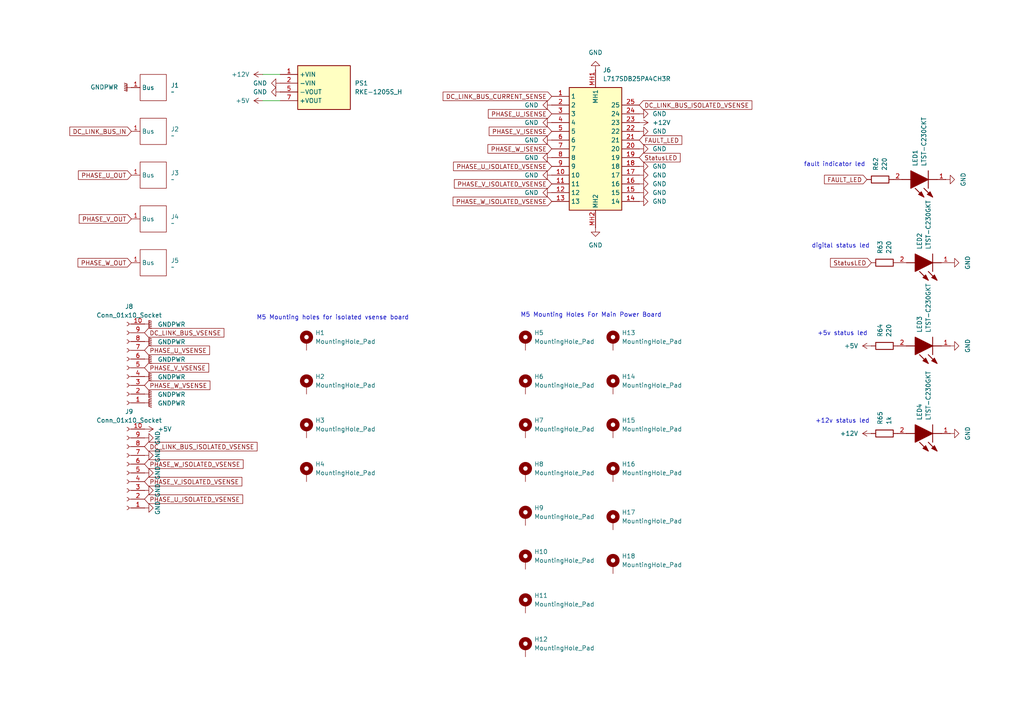
<source format=kicad_sch>
(kicad_sch (version 20250114) (generator "eeschema") (generator_version "9.0")
  (paper "A4")
  (lib_symbols
    (symbol "Connector:Conn_01x10_Socket" (pin_names (offset 1.016) (hide yes))
      (property "Reference" "J" (at 0 12.7 0))
      (property "Value" "Conn_01x10_Socket" (at 0 -15.24 0))
      (symbol "Conn_01x10_Socket_1_1"
        (polyline (pts (xy -1.27 10.16) (xy -0.508 10.16)) (stroke (width 0.1524)))
        (polyline (pts (xy -1.27 7.62) (xy -0.508 7.62)) (stroke (width 0.1524)))
        (polyline (pts (xy -1.27 5.08) (xy -0.508 5.08)) (stroke (width 0.1524)))
        (polyline (pts (xy -1.27 2.54) (xy -0.508 2.54)) (stroke (width 0.1524)))
        (polyline (pts (xy -1.27 0) (xy -0.508 0)) (stroke (width 0.1524)))
        (polyline (pts (xy -1.27 -2.54) (xy -0.508 -2.54)) (stroke (width 0.1524)))
        (polyline (pts (xy -1.27 -5.08) (xy -0.508 -5.08)) (stroke (width 0.1524)))
        (polyline (pts (xy -1.27 -7.62) (xy -0.508 -7.62)) (stroke (width 0.1524)))
        (polyline (pts (xy -1.27 -10.16) (xy -0.508 -10.16)) (stroke (width 0.1524)))
        (polyline (pts (xy -1.27 -12.7) (xy -0.508 -12.7)) (stroke (width 0.1524)))
        (arc (start 0 9.652) (mid -0.5058 10.16) (end 0 10.668) (stroke (width 0.1524)))
        (arc (start 0 7.112) (mid -0.5058 7.62) (end 0 8.128) (stroke (width 0.1524)))
        (arc (start 0 4.572) (mid -0.5058 5.08) (end 0 5.588) (stroke (width 0.1524)))
        (arc (start 0 2.032) (mid -0.5058 2.54) (end 0 3.048) (stroke (width 0.1524)))
        (arc (start 0 -0.508) (mid -0.5058 0) (end 0 0.508) (stroke (width 0.1524)))
        (arc (start 0 -3.048) (mid -0.5058 -2.54) (end 0 -2.032) (stroke (width 0.1524)))
        (arc (start 0 -5.588) (mid -0.5058 -5.08) (end 0 -4.572) (stroke (width 0.1524)))
        (arc (start 0 -8.128) (mid -0.5058 -7.62) (end 0 -7.112) (stroke (width 0.1524)))
        (arc (start 0 -10.668) (mid -0.5058 -10.16) (end 0 -9.652) (stroke (width 0.1524)))
        (arc (start 0 -13.208) (mid -0.5058 -12.7) (end 0 -12.192) (stroke (width 0.1524)))
        (pin passive line (at -5.08 10.16 0) (length 3.81) (name "Pin_1") (number "1"))
        (pin passive line (at -5.08 7.62 0) (length 3.81) (name "Pin_2") (number "2"))
        (pin passive line (at -5.08 5.08 0) (length 3.81) (name "Pin_3") (number "3"))
        (pin passive line (at -5.08 2.54 0) (length 3.81) (name "Pin_4") (number "4"))
        (pin passive line (at -5.08 0 0) (length 3.81) (name "Pin_5") (number "5"))
        (pin passive line (at -5.08 -2.54 0) (length 3.81) (name "Pin_6") (number "6"))
        (pin passive line (at -5.08 -5.08 0) (length 3.81) (name "Pin_7") (number "7"))
        (pin passive line (at -5.08 -7.62 0) (length 3.81) (name "Pin_8") (number "8"))
        (pin passive line (at -5.08 -10.16 0) (length 3.81) (name "Pin_9") (number "9"))
        (pin passive line (at -5.08 -12.7 0) (length 3.81) (name "Pin_10") (number "10"))
      )
    )
    (symbol "Device:R" (pin_numbers (hide yes)) (pin_names (offset 0))
      (property "Reference" "R" (at 2.032 0 90))
      (property "Value" "R" (at 0 0 90))
      (symbol "R_0_1"
        (rectangle (start -1.016 -2.54) (end 1.016 2.54) (stroke (width 0.254)))
      )
      (symbol "R_1_1"
        (pin passive line (at 0 3.81 270) (length 1.27) (name "~") (number "1"))
        (pin passive line (at 0 -3.81 90) (length 1.27) (name "~") (number "2"))
      )
    )
    (symbol "InverterCom:BusBarConnection"
      (property "Reference" "J" (at 0 7.112 0))
      (symbol "BusBarConnection_0_1"
        (rectangle (start -3.81 3.81) (end 3.81 -3.81))
      )
      (symbol "BusBarConnection_1_1"
        (pin passive line (at 6.35 0 180) (length 2.54) (name "Bus") (number "1"))
      )
    )
    (symbol "InverterCom:L717SDB25PA4CH3R"
      (property "Reference" "J" (at 41.91 12.7 0))
      (property "Value" "L717SDB25PA4CH3R" (at 41.91 10.16 0))
      (symbol "L717SDB25PA4CH3R_1_1"
        (rectangle (start 5.08 7.62) (end 40.64 -7.62) (stroke (width 0.254)) (fill (type background)))
        (pin passive line (at 0 0 0) (length 5.08) (name "MH2") (number "MH2"))
        (pin passive line (at 7.62 12.7 270) (length 5.08) (name "13") (number "13"))
        (pin passive line (at 7.62 -12.7 90) (length 5.08) (name "14") (number "14"))
        (pin passive line (at 10.16 12.7 270) (length 5.08) (name "12") (number "12"))
        (pin passive line (at 10.16 -12.7 90) (length 5.08) (name "15") (number "15"))
        (pin passive line (at 12.7 12.7 270) (length 5.08) (name "11") (number "11"))
        (pin passive line (at 12.7 -12.7 90) (length 5.08) (name "16") (number "16"))
        (pin passive line (at 15.24 12.7 270) (length 5.08) (name "10") (number "10"))
        (pin passive line (at 15.24 -12.7 90) (length 5.08) (name "17") (number "17"))
        (pin passive line (at 17.78 12.7 270) (length 5.08) (name "9") (number "9"))
        (pin passive line (at 17.78 -12.7 90) (length 5.08) (name "18") (number "18"))
        (pin passive line (at 20.32 12.7 270) (length 5.08) (name "8") (number "8"))
        (pin passive line (at 20.32 -12.7 90) (length 5.08) (name "19") (number "19"))
        (pin passive line (at 22.86 12.7 270) (length 5.08) (name "7") (number "7"))
        (pin passive line (at 22.86 -12.7 90) (length 5.08) (name "20") (number "20"))
        (pin passive line (at 25.4 12.7 270) (length 5.08) (name "6") (number "6"))
        (pin passive line (at 25.4 -12.7 90) (length 5.08) (name "21") (number "21"))
        (pin passive line (at 27.94 12.7 270) (length 5.08) (name "5") (number "5"))
        (pin passive line (at 27.94 -12.7 90) (length 5.08) (name "22") (number "22"))
        (pin passive line (at 30.48 12.7 270) (length 5.08) (name "4") (number "4"))
        (pin passive line (at 30.48 -12.7 90) (length 5.08) (name "23") (number "23"))
        (pin passive line (at 33.02 12.7 270) (length 5.08) (name "3") (number "3"))
        (pin passive line (at 33.02 -12.7 90) (length 5.08) (name "24") (number "24"))
        (pin passive line (at 35.56 12.7 270) (length 5.08) (name "2") (number "2"))
        (pin passive line (at 35.56 -12.7 90) (length 5.08) (name "25") (number "25"))
        (pin passive line (at 38.1 12.7 270) (length 5.08) (name "1") (number "1"))
        (pin passive line (at 45.72 0 180) (length 5.08) (name "MH1") (number "MH1"))
      )
    )
    (symbol "InverterCom:LTST-C230CKT" (pin_names (hide yes))
      (property "Reference" "LED" (at 12.7 8.89 0))
      (property "Value" "LTST-C230CKT" (at 12.7 6.35 0))
      (symbol "LTST-C230CKT_1_1"
        (polyline (pts (xy 2.54 0) (xy 5.08 0)) (stroke (width 0.254)))
        (polyline (pts (xy 5.08 2.54) (xy 5.08 -2.54)) (stroke (width 0.254)))
        (polyline (pts (xy 5.08 0) (xy 10.16 2.54) (xy 10.16 -2.54) (xy 5.08 0)) (stroke (width 0.254)) (fill (type outline)))
        (polyline (pts (xy 5.334 4.318) (xy 4.572 3.556) (xy 3.81 5.08) (xy 5.334 4.318)) (stroke (width 0.254)) (fill (type outline)))
        (polyline (pts (xy 6.35 2.54) (xy 3.81 5.08)) (stroke (width 0.254)))
        (polyline (pts (xy 7.874 4.318) (xy 7.112 3.556) (xy 6.35 5.08) (xy 7.874 4.318)) (stroke (width 0.254)) (fill (type outline)))
        (polyline (pts (xy 8.89 2.54) (xy 6.35 5.08)) (stroke (width 0.254)))
        (polyline (pts (xy 10.16 0) (xy 12.7 0)) (stroke (width 0.254)))
        (pin passive line (at 0 0 0) (length 2.54) (name "K") (number "1"))
        (pin passive line (at 15.24 0 180) (length 2.54) (name "A") (number "2"))
      )
    )
    (symbol "InverterCom:LTST-C230GKT" (pin_names (hide yes))
      (property "Reference" "LED" (at 12.7 8.89 0))
      (property "Value" "LTST-C230GKT" (at 12.7 6.35 0))
      (symbol "LTST-C230GKT_1_1"
        (polyline (pts (xy 2.54 0) (xy 5.08 0)) (stroke (width 0.254)))
        (polyline (pts (xy 5.08 2.54) (xy 5.08 -2.54)) (stroke (width 0.254)))
        (polyline (pts (xy 5.08 0) (xy 10.16 2.54) (xy 10.16 -2.54) (xy 5.08 0)) (stroke (width 0.254)) (fill (type outline)))
        (polyline (pts (xy 5.334 4.318) (xy 4.572 3.556) (xy 3.81 5.08) (xy 5.334 4.318)) (stroke (width 0.254)) (fill (type outline)))
        (polyline (pts (xy 6.35 2.54) (xy 3.81 5.08)) (stroke (width 0.254)))
        (polyline (pts (xy 7.874 4.318) (xy 7.112 3.556) (xy 6.35 5.08) (xy 7.874 4.318)) (stroke (width 0.254)) (fill (type outline)))
        (polyline (pts (xy 8.89 2.54) (xy 6.35 5.08)) (stroke (width 0.254)))
        (polyline (pts (xy 10.16 0) (xy 12.7 0)) (stroke (width 0.254)))
        (pin passive line (at 0 0 0) (length 2.54) (name "K") (number "1"))
        (pin passive line (at 15.24 0 180) (length 2.54) (name "A") (number "2"))
      )
    )
    (symbol "InverterCom:RKE-1205S_H"
      (property "Reference" "PS" (at 21.59 7.62 0))
      (property "Value" "RKE-1205S_H" (at 21.59 5.08 0))
      (symbol "RKE-1205S_H_1_1"
        (rectangle (start 5.08 2.54) (end 20.32 -10.16) (stroke (width 0.254)) (fill (type background)))
        (pin passive line (at 0 0 0) (length 5.08) (name "+VIN") (number "1"))
        (pin passive line (at 0 -2.54 0) (length 5.08) (name "-VIN") (number "2"))
        (pin passive line (at 0 -5.08 0) (length 5.08) (name "-VOUT") (number "5"))
        (pin passive line (at 0 -7.62 0) (length 5.08) (name "+VOUT") (number "7"))
      )
    )
    (symbol "Mechanical:MountingHole_Pad" (pin_numbers (hide yes)) (pin_names (offset 1.016) (hide yes)) (in_bom no)
      (property "Reference" "H" (at 0 6.35 0))
      (property "Value" "MountingHole_Pad" (at 0 4.445 0))
      (symbol "MountingHole_Pad_0_1"
        (circle (center 0 1.27) (radius 1.27) (stroke (width 1.27)))
      )
      (symbol "MountingHole_Pad_1_1"
        (pin input line (at 0 -2.54 90) (length 2.54) (name "1") (number "1"))
      )
    )
    (symbol "power:+12V" (power) (pin_numbers (hide yes)) (pin_names (offset 0) (hide yes))
      (property "Value" "+12V" (at 0 3.556 0))
      (symbol "+12V_0_1"
        (polyline (pts (xy -0.762 1.27) (xy 0 2.54)))
        (polyline (pts (xy 0 2.54) (xy 0.762 1.27)))
        (polyline (pts (xy 0 0) (xy 0 2.54)))
      )
      (symbol "+12V_1_1"
        (pin power_in line (at 0 0 90) (length 0) (name "~") (number "1"))
      )
    )
    (symbol "power:+5V" (power) (pin_numbers (hide yes)) (pin_names (offset 0) (hide yes))
      (property "Value" "+5V" (at 0 3.556 0))
      (symbol "+5V_0_1"
        (polyline (pts (xy -0.762 1.27) (xy 0 2.54)))
        (polyline (pts (xy 0 2.54) (xy 0.762 1.27)))
        (polyline (pts (xy 0 0) (xy 0 2.54)))
      )
      (symbol "+5V_1_1"
        (pin power_in line (at 0 0 90) (length 0) (name "~") (number "1"))
      )
    )
    (symbol "power:GND" (power) (pin_numbers (hide yes)) (pin_names (offset 0) (hide yes))
      (property "Value" "GND" (at 0 -3.81 0))
      (symbol "GND_0_1"
        (polyline (pts (xy 0 0) (xy 0 -1.27) (xy 1.27 -1.27) (xy 0 -2.54) (xy -1.27 -1.27) (xy 0 -1.27)))
      )
      (symbol "GND_1_1"
        (pin power_in line (at 0 0 270) (length 0) (name "~") (number "1"))
      )
    )
    (symbol "power:GNDPWR" (power) (pin_numbers (hide yes)) (pin_names (offset 0) (hide yes))
      (property "Value" "GNDPWR" (at 0 -3.302 0))
      (symbol "GNDPWR_0_1"
        (polyline (pts (xy -1.016 -1.27) (xy -1.27 -2.032) (xy -1.27 -2.032)) (stroke (width 0.2032)))
        (polyline (pts (xy -0.508 -1.27) (xy -0.762 -2.032) (xy -0.762 -2.032)) (stroke (width 0.2032)))
        (polyline (pts (xy 0 -1.27) (xy 0 0)))
        (polyline (pts (xy 0 -1.27) (xy -0.254 -2.032) (xy -0.254 -2.032)) (stroke (width 0.2032)))
        (polyline (pts (xy 0.508 -1.27) (xy 0.254 -2.032) (xy 0.254 -2.032)) (stroke (width 0.2032)))
        (polyline (pts (xy 1.016 -1.27) (xy -1.016 -1.27) (xy -1.016 -1.27)) (stroke (width 0.2032)))
        (polyline (pts (xy 1.016 -1.27) (xy 0.762 -2.032) (xy 0.762 -2.032) (xy 0.762 -2.032)) (stroke (width 0.2032)))
      )
      (symbol "GNDPWR_1_1"
        (pin power_in line (at 0 0 270) (length 0) (name "~") (number "1"))
      )
    )
  )
  (text "M5 Mounting Holes For Main Power Board" (at 171.45 91.44 0) (effects (font (size 1.27 1.27))))
  (text "+12v status led" (at 244.348 122.174 0) (effects (font (size 1.27 1.27))))
  (text "+5v status led" (at 244.348 96.774 0) (effects (font (size 1.27 1.27))))
  (text "digital status led" (at 243.84 71.374 0) (effects (font (size 1.27 1.27))))
  (text "M5 Mounting holes for isolated vsense board" (at 96.52 92.202 0) (effects (font (size 1.27 1.27))))
  (text "fault indicator led" (at 242.062 47.752 0) (effects (font (size 1.27 1.27))))
  (wire (pts (xy 76.2 29.21) (xy 81.28 29.21)))
  (wire (pts (xy 76.2 21.59) (xy 81.28 21.59)))
  (global_label "PHASE_V_OUT" (shape input) (at 38.1 63.5 180) (property "Intersheetrefs" "${INTERSHEET_REFS}" (effects (hide yes))))
  (global_label "DC_LINK_BUS_IN" (shape input) (at 38.1 38.1 180) (property "Intersheetrefs" "${INTERSHEET_REFS}" (effects (hide yes))))
  (global_label "PHASE_W_ISOLATED_VSENSE" (shape input) (at 41.91 134.62 0) (property "Intersheetrefs" "${INTERSHEET_REFS}" (effects (hide yes))))
  (global_label "DC_LINK_BUS_VSENSE" (shape input) (at 41.91 96.52 0) (property "Intersheetrefs" "${INTERSHEET_REFS}" (effects (hide yes))))
  (global_label "PHASE_U_ISOLATED_VSENSE" (shape input) (at 41.91 144.78 0) (property "Intersheetrefs" "${INTERSHEET_REFS}" (effects (hide yes))))
  (global_label "PHASE_U_ISOLATED_VSENSE" (shape input) (at 160.02 48.26 180) (property "Intersheetrefs" "${INTERSHEET_REFS}" (effects (hide yes))))
  (global_label "PHASE_W_VSENSE" (shape input) (at 41.91 111.76 0) (property "Intersheetrefs" "${INTERSHEET_REFS}" (effects (hide yes))))
  (global_label "PHASE_W_OUT" (shape input) (at 38.1 76.2 180) (property "Intersheetrefs" "${INTERSHEET_REFS}" (effects (hide yes))))
  (global_label "PHASE_V_VSENSE" (shape input) (at 41.91 106.68 0) (property "Intersheetrefs" "${INTERSHEET_REFS}" (effects (hide yes))))
  (global_label "DC_LINK_BUS_ISOLATED_VSENSE" (shape input) (at 185.42 30.48 0) (property "Intersheetrefs" "${INTERSHEET_REFS}" (effects (hide yes))))
  (global_label "DC_LINK_BUS_ISOLATED_VSENSE" (shape input) (at 41.91 129.54 0) (property "Intersheetrefs" "${INTERSHEET_REFS}" (effects (hide yes))))
  (global_label "StatusLED" (shape input) (at 185.42 45.72 0) (property "Intersheetrefs" "${INTERSHEET_REFS}" (effects (hide yes))))
  (global_label "PHASE_V_ISOLATED_VSENSE" (shape input) (at 160.02 53.34 180) (property "Intersheetrefs" "${INTERSHEET_REFS}" (effects (hide yes))))
  (global_label "PHASE_W_ISENSE" (shape input) (at 160.02 43.18 180) (property "Intersheetrefs" "${INTERSHEET_REFS}" (effects (hide yes))))
  (global_label "FAULT_LED" (shape input) (at 251.46 52.07 180) (property "Intersheetrefs" "${INTERSHEET_REFS}" (effects (hide yes))))
  (global_label "StatusLED" (shape input) (at 252.73 76.2 180) (property "Intersheetrefs" "${INTERSHEET_REFS}" (effects (hide yes))))
  (global_label "PHASE_W_ISOLATED_VSENSE" (shape input) (at 160.02 58.42 180) (property "Intersheetrefs" "${INTERSHEET_REFS}" (effects (hide yes))))
  (global_label "DC_LINK_BUS_CURRENT_SENSE" (shape input) (at 160.02 27.94 180) (property "Intersheetrefs" "${INTERSHEET_REFS}" (effects (hide yes))))
  (global_label "PHASE_U_ISENSE" (shape input) (at 160.02 33.02 180) (property "Intersheetrefs" "${INTERSHEET_REFS}" (effects (hide yes))))
  (global_label "PHASE_U_OUT" (shape input) (at 38.1 50.8 180) (property "Intersheetrefs" "${INTERSHEET_REFS}" (effects (hide yes))))
  (global_label "PHASE_V_ISENSE" (shape input) (at 160.02 38.1 180) (property "Intersheetrefs" "${INTERSHEET_REFS}" (effects (hide yes))))
  (global_label "PHASE_U_VSENSE" (shape input) (at 41.91 101.6 0) (property "Intersheetrefs" "${INTERSHEET_REFS}" (effects (hide yes))))
  (global_label "FAULT_LED" (shape input) (at 185.42 40.64 0) (property "Intersheetrefs" "${INTERSHEET_REFS}" (effects (hide yes))))
  (global_label "PHASE_V_ISOLATED_VSENSE" (shape input) (at 41.91 139.7 0) (property "Intersheetrefs" "${INTERSHEET_REFS}" (effects (hide yes))))
  (symbol (lib_id "power:GND") (at 41.91 137.16 90) (unit 1)
    (property "Reference" "#PWR0107" (effects (hide yes)))
    (property "Value" "GND" (at 45.72 137.16 0))
    (property "Description" "Power symbol creates a global label with name \"GND\" , ground" (effects (hide yes)))
  )
  (symbol (lib_id "Mechanical:MountingHole_Pad") (at 152.4 175.26 0) (unit 1) (in_bom no)
    (property "Reference" "H11" (at 154.94 172.7199 0) (effects (justify left)))
    (property "Value" "MountingHole_Pad" (at 154.94 175.2599 0) (effects (justify left)))
    (property "Footprint" "MountingHole:MountingHole_5.3mm_M5_ISO7380_Pad" (effects (hide yes)))
    (property "Description" "Mounting Hole with connection" (effects (hide yes)))
  )
  (symbol (lib_id "InverterCom:LTST-C230GKT") (at 275.59 100.33 180) (unit 1)
    (property "Reference" "LED3" (at 266.6999 96.52 90) (effects (justify right)))
    (property "Value" "LTST-C230GKT" (at 269.2399 96.52 90) (effects (justify right)))
    (property "Footprint" "InverterCom:LEDC3216X120N" (effects (hide yes)))
    (property "Description" "Lite-On LTST-C230GKT Green LED, 569 nm, 3016 (1206), Rectangle Lens SMD Package" (effects (hide yes)))
    (property "Height" "1.2" (effects (hide yes)))
    (property "Mouser Part Number" "859-LTST-C230GKT" (effects (hide yes)))
    (property "Mouser Price/Stock" "https://www.mouser.co.uk/ProductDetail/Lite-On/LTST-C230GKT?qs=7ZnIBiPc9DrbEstVFO1DAg%3D%3D" (effects (hide yes)))
    (property "Manufacturer_Name" "Lite-On" (effects (hide yes)))
    (property "Manufacturer_Part_Number" "LTST-C230GKT" (effects (hide yes)))
  )
  (symbol (lib_id "power:GNDPWR") (at 41.91 114.3 90) (unit 1)
    (property "Reference" "#PWR0103" (effects (hide yes)))
    (property "Value" "GNDPWR" (at 45.72 114.4269 90) (effects (justify right)))
    (property "Description" "Power symbol creates a global label with name \"GNDPWR\" , global ground" (effects (hide yes)))
  )
  (symbol (lib_id "InverterCom:BusBarConnection") (at 44.45 50.8 180) (unit 1)
    (property "Reference" "J3" (at 49.53 50.1649 0) (effects (justify right)))
    (property "Value" "~" (at 49.53 52.07 0) (effects (justify right)))
    (property "Footprint" "InverterCom:BusBarConnection" (effects (hide yes)))
  )
  (symbol (lib_id "power:GND") (at 185.42 38.1 90) (unit 1)
    (property "Reference" "#PWR055" (effects (hide yes)))
    (property "Value" "GND" (at 189.23 38.0999 90) (effects (justify right)))
    (property "Description" "Power symbol creates a global label with name \"GND\" , ground" (effects (hide yes)))
  )
  (symbol (lib_id "power:GNDPWR") (at 38.1 25.4 270) (unit 1)
    (property "Reference" "#PWR021" (effects (hide yes)))
    (property "Value" "GNDPWR" (at 34.29 25.2729 90) (effects (justify right)))
    (property "Description" "Power symbol creates a global label with name \"GNDPWR\" , global ground" (effects (hide yes)))
  )
  (symbol (lib_id "power:GND") (at 41.91 127 90) (unit 1)
    (property "Reference" "#PWR0105" (effects (hide yes)))
    (property "Value" "GND" (at 45.72 127 0))
    (property "Description" "Power symbol creates a global label with name \"GND\" , ground" (effects (hide yes)))
  )
  (symbol (lib_id "power:GND") (at 185.42 55.88 90) (unit 1)
    (property "Reference" "#PWR061" (effects (hide yes)))
    (property "Value" "GND" (at 189.23 55.8799 90) (effects (justify right)))
    (property "Description" "Power symbol creates a global label with name \"GND\" , ground" (effects (hide yes)))
  )
  (symbol (lib_id "power:GND") (at 160.02 40.64 270) (unit 1)
    (property "Reference" "#PWR050" (effects (hide yes)))
    (property "Value" "GND" (at 156.21 40.6399 90) (effects (justify right)))
    (property "Description" "Power symbol creates a global label with name \"GND\" , ground" (effects (hide yes)))
  )
  (symbol (lib_id "Mechanical:MountingHole_Pad") (at 152.4 149.86 0) (unit 1) (in_bom no)
    (property "Reference" "H9" (at 154.94 147.3199 0) (effects (justify left)))
    (property "Value" "MountingHole_Pad" (at 154.94 149.8599 0) (effects (justify left)))
    (property "Footprint" "MountingHole:MountingHole_5.3mm_M5_ISO7380_Pad" (effects (hide yes)))
    (property "Description" "Mounting Hole with connection" (effects (hide yes)))
  )
  (symbol (lib_id "power:GNDPWR") (at 41.91 99.06 90) (unit 1)
    (property "Reference" "#PWR0100" (effects (hide yes)))
    (property "Value" "GNDPWR" (at 45.72 99.1869 90) (effects (justify right)))
    (property "Description" "Power symbol creates a global label with name \"GNDPWR\" , global ground" (effects (hide yes)))
  )
  (symbol (lib_id "Mechanical:MountingHole_Pad") (at 177.8 111.76 0) (unit 1) (in_bom no)
    (property "Reference" "H14" (at 180.34 109.2199 0) (effects (justify left)))
    (property "Value" "MountingHole_Pad" (at 180.34 111.7599 0) (effects (justify left)))
    (property "Footprint" "MountingHole:MountingHole_5.3mm_M5_ISO7380_Pad" (effects (hide yes)))
    (property "Description" "Mounting Hole with connection" (effects (hide yes)))
  )
  (symbol (lib_id "Mechanical:MountingHole_Pad") (at 88.9 111.76 0) (unit 1) (in_bom no)
    (property "Reference" "H2" (at 91.44 109.2199 0) (effects (justify left)))
    (property "Value" "MountingHole_Pad" (at 91.44 111.7599 0) (effects (justify left)))
    (property "Footprint" "MountingHole:MountingHole_5.3mm_M5_ISO7380_Pad" (effects (hide yes)))
    (property "Description" "Mounting Hole with connection" (effects (hide yes)))
  )
  (symbol (lib_id "InverterCom:RKE-1205S_H") (at 81.28 21.59 0) (unit 1)
    (property "Reference" "PS1" (at 102.87 24.1299 0) (effects (justify left)))
    (property "Value" "RKE-1205S_H" (at 102.87 26.6699 0) (effects (justify left)))
    (property "Footprint" "InverterCom:RKE1205SH" (effects (hide yes)))
    (property "Datasheet" "https://www.recom-power.com/pdf/Econoline/RKE.pdf" (effects (hide yes)))
    (property "Description" "Recom Through Hole 1W Isolated DC-DC Converter, Vin Maximum of 12 V dc, I/O isolation 4kV dc, Vout 5V dc" (effects (hide yes)))
    (property "Height" "10.7" (effects (hide yes)))
    (property "Mouser Part Number" "919-RKE-1205S/H" (effects (hide yes)))
    (property "Mouser Price/Stock" "https://www.mouser.co.uk/ProductDetail/RECOM-Power/RKE-1205S-H?qs=IFMNCcK%2FBZwj8OgeraTUUA%3D%3D" (effects (hide yes)))
    (property "Manufacturer_Name" "RECOM Power" (effects (hide yes)))
    (property "Manufacturer_Part_Number" "RKE-1205S/H" (effects (hide yes)))
  )
  (symbol (lib_id "power:GND") (at 41.91 142.24 90) (unit 1)
    (property "Reference" "#PWR0108" (effects (hide yes)))
    (property "Value" "GND" (at 45.72 142.24 0))
    (property "Description" "Power symbol creates a global label with name \"GND\" , ground" (effects (hide yes)))
  )
  (symbol (lib_id "power:+5V") (at 76.2 29.21 90) (unit 1)
    (property "Reference" "#PWR016" (effects (hide yes)))
    (property "Value" "+5V" (at 72.39 29.2099 90) (effects (justify left)))
    (property "Description" "Power symbol creates a global label with name \"+5V\"" (effects (hide yes)))
  )
  (symbol (lib_id "InverterCom:BusBarConnection") (at 44.45 63.5 180) (unit 1)
    (property "Reference" "J4" (at 49.53 62.8649 0) (effects (justify right)))
    (property "Value" "~" (at 49.53 64.77 0) (effects (justify right)))
    (property "Footprint" "InverterCom:BusBarConnection" (effects (hide yes)))
  )
  (symbol (lib_id "Mechanical:MountingHole_Pad") (at 152.4 111.76 0) (unit 1) (in_bom no)
    (property "Reference" "H6" (at 154.94 109.2199 0) (effects (justify left)))
    (property "Value" "MountingHole_Pad" (at 154.94 111.7599 0) (effects (justify left)))
    (property "Footprint" "MountingHole:MountingHole_5.3mm_M5_ISO7380_Pad" (effects (hide yes)))
    (property "Description" "Mounting Hole with connection" (effects (hide yes)))
  )
  (symbol (lib_id "InverterCom:BusBarConnection") (at 44.45 38.1 180) (unit 1)
    (property "Reference" "J2" (at 49.53 37.4649 0) (effects (justify right)))
    (property "Value" "~" (at 49.53 39.37 0) (effects (justify right)))
    (property "Footprint" "InverterCom:BusBarConnection" (effects (hide yes)))
  )
  (symbol (lib_id "Mechanical:MountingHole_Pad") (at 88.9 99.06 0) (unit 1) (in_bom no)
    (property "Reference" "H1" (at 91.44 96.5199 0) (effects (justify left)))
    (property "Value" "MountingHole_Pad" (at 91.44 99.0599 0) (effects (justify left)))
    (property "Footprint" "MountingHole:MountingHole_5.3mm_M5_ISO7380_Pad" (effects (hide yes)))
    (property "Description" "Mounting Hole with connection" (effects (hide yes)))
  )
  (symbol (lib_id "power:GND") (at 185.42 48.26 90) (unit 1)
    (property "Reference" "#PWR058" (effects (hide yes)))
    (property "Value" "GND" (at 189.23 48.2599 90) (effects (justify right)))
    (property "Description" "Power symbol creates a global label with name \"GND\" , ground" (effects (hide yes)))
  )
  (symbol (lib_id "Device:R") (at 256.54 100.33 90) (unit 1)
    (property "Reference" "R64" (at 255.2699 97.79 0) (effects (justify left)))
    (property "Value" "220" (at 257.8099 97.79 0) (effects (justify left)))
    (property "Footprint" "Resistor_SMD:R_1210_3225Metric_Pad1.30x2.65mm_HandSolder" (effects (hide yes)))
    (property "Description" "Resistor" (effects (hide yes)))
  )
  (symbol (lib_id "Mechanical:MountingHole_Pad") (at 152.4 124.46 0) (unit 1) (in_bom no)
    (property "Reference" "H7" (at 154.94 121.9199 0) (effects (justify left)))
    (property "Value" "MountingHole_Pad" (at 154.94 124.4599 0) (effects (justify left)))
    (property "Footprint" "MountingHole:MountingHole_5.3mm_M5_ISO7380_Pad" (effects (hide yes)))
    (property "Description" "Mounting Hole with connection" (effects (hide yes)))
  )
  (symbol (lib_id "InverterCom:LTST-C230GKT") (at 275.59 125.73 180) (unit 1)
    (property "Reference" "LED4" (at 266.6999 121.92 90) (effects (justify right)))
    (property "Value" "LTST-C230GKT" (at 269.2399 121.92 90) (effects (justify right)))
    (property "Footprint" "InverterCom:LEDC3216X120N" (effects (hide yes)))
    (property "Description" "Lite-On LTST-C230GKT Green LED, 569 nm, 3016 (1206), Rectangle Lens SMD Package" (effects (hide yes)))
    (property "Height" "1.2" (effects (hide yes)))
    (property "Mouser Part Number" "859-LTST-C230GKT" (effects (hide yes)))
    (property "Mouser Price/Stock" "https://www.mouser.co.uk/ProductDetail/Lite-On/LTST-C230GKT?qs=7ZnIBiPc9DrbEstVFO1DAg%3D%3D" (effects (hide yes)))
    (property "Manufacturer_Name" "Lite-On" (effects (hide yes)))
    (property "Manufacturer_Part_Number" "LTST-C230GKT" (effects (hide yes)))
  )
  (symbol (lib_id "power:GNDPWR") (at 41.91 93.98 90) (unit 1)
    (property "Reference" "#PWR097" (effects (hide yes)))
    (property "Value" "GNDPWR" (at 45.72 94.1069 90) (effects (justify right)))
    (property "Description" "Power symbol creates a global label with name \"GNDPWR\" , global ground" (effects (hide yes)))
  )
  (symbol (lib_id "Mechanical:MountingHole_Pad") (at 177.8 99.06 0) (unit 1) (in_bom no)
    (property "Reference" "H13" (at 180.34 96.5199 0) (effects (justify left)))
    (property "Value" "MountingHole_Pad" (at 180.34 99.0599 0) (effects (justify left)))
    (property "Footprint" "MountingHole:MountingHole_5.3mm_M5_ISO7380_Pad" (effects (hide yes)))
    (property "Description" "Mounting Hole with connection" (effects (hide yes)))
  )
  (symbol (lib_id "power:GND") (at 41.91 147.32 90) (unit 1)
    (property "Reference" "#PWR0109" (effects (hide yes)))
    (property "Value" "GND" (at 45.72 147.32 0))
    (property "Description" "Power symbol creates a global label with name \"GND\" , ground" (effects (hide yes)))
  )
  (symbol (lib_id "power:GND") (at 185.42 33.02 90) (unit 1)
    (property "Reference" "#PWR054" (effects (hide yes)))
    (property "Value" "GND" (at 189.23 33.0199 90) (effects (justify right)))
    (property "Description" "Power symbol creates a global label with name \"GND\" , ground" (effects (hide yes)))
  )
  (symbol (lib_id "power:GND") (at 275.59 100.33 90) (unit 1)
    (property "Reference" "#PWR093" (effects (hide yes)))
    (property "Value" "GND" (at 280.67 100.33 0))
    (property "Description" "Power symbol creates a global label with name \"GND\" , ground" (effects (hide yes)))
  )
  (symbol (lib_id "power:GND") (at 275.59 76.2 90) (unit 1)
    (property "Reference" "#PWR092" (effects (hide yes)))
    (property "Value" "GND" (at 280.67 76.2 0))
    (property "Description" "Power symbol creates a global label with name \"GND\" , ground" (effects (hide yes)))
  )
  (symbol (lib_id "InverterCom:LTST-C230CKT") (at 274.32 52.07 180) (unit 1)
    (property "Reference" "LED1" (at 265.4299 48.26 90) (effects (justify right)))
    (property "Value" "LTST-C230CKT" (at 267.9699 48.26 90) (effects (justify right)))
    (property "Footprint" "InverterCom:LEDC3216X120N" (effects (hide yes)))
    (property "Description" "Standard LEDs - SMD Red Clear 638nm" (effects (hide yes)))
    (property "Height" "1.2" (effects (hide yes)))
    (property "Mouser Part Number" "859-LTST-C230CKT" (effects (hide yes)))
    (property "Mouser Price/Stock" "https://www.mouser.co.uk/ProductDetail/Lite-On/LTST-C230CKT?qs=Ajas4iFhtucdJAOTHdHdqw%3D%3D" (effects (hide yes)))
    (property "Manufacturer_Name" "Lite-On" (effects (hide yes)))
    (property "Manufacturer_Part_Number" "LTST-C230CKT" (effects (hide yes)))
  )
  (symbol (lib_id "Device:R") (at 256.54 76.2 90) (unit 1)
    (property "Reference" "R63" (at 255.2699 73.66 0) (effects (justify left)))
    (property "Value" "220" (at 257.8099 73.66 0) (effects (justify left)))
    (property "Footprint" "Resistor_SMD:R_1210_3225Metric_Pad1.30x2.65mm_HandSolder" (effects (hide yes)))
    (property "Description" "Resistor" (effects (hide yes)))
  )
  (symbol (lib_id "InverterCom:BusBarConnection") (at 44.45 76.2 180) (unit 1)
    (property "Reference" "J5" (at 49.53 75.5649 0) (effects (justify right)))
    (property "Value" "~" (at 49.53 77.47 0) (effects (justify right)))
    (property "Footprint" "InverterCom:BusBarConnection" (effects (hide yes)))
  )
  (symbol (lib_id "Device:R") (at 255.27 52.07 90) (unit 1)
    (property "Reference" "R62" (at 253.9999 49.53 0) (effects (justify left)))
    (property "Value" "220" (at 256.5399 49.53 0) (effects (justify left)))
    (property "Footprint" "Resistor_SMD:R_1210_3225Metric_Pad1.30x2.65mm_HandSolder" (effects (hide yes)))
    (property "Description" "Resistor" (effects (hide yes)))
  )
  (symbol (lib_id "Mechanical:MountingHole_Pad") (at 152.4 99.06 0) (unit 1) (in_bom no)
    (property "Reference" "H5" (at 154.94 96.5199 0) (effects (justify left)))
    (property "Value" "MountingHole_Pad" (at 154.94 99.0599 0) (effects (justify left)))
    (property "Footprint" "MountingHole:MountingHole_5.3mm_M5_ISO7380_Pad" (effects (hide yes)))
    (property "Description" "Mounting Hole with connection" (effects (hide yes)))
  )
  (symbol (lib_id "power:GND") (at 172.72 20.32 180) (unit 1)
    (property "Reference" "#PWR046" (effects (hide yes)))
    (property "Value" "GND" (at 172.72 15.24 0))
    (property "Description" "Power symbol creates a global label with name \"GND\" , ground" (effects (hide yes)))
  )
  (symbol (lib_id "power:GNDPWR") (at 41.91 109.22 90) (unit 1)
    (property "Reference" "#PWR0102" (effects (hide yes)))
    (property "Value" "GNDPWR" (at 45.72 109.3469 90) (effects (justify right)))
    (property "Description" "Power symbol creates a global label with name \"GNDPWR\" , global ground" (effects (hide yes)))
  )
  (symbol (lib_id "power:GNDPWR") (at 41.91 104.14 90) (unit 1)
    (property "Reference" "#PWR0101" (effects (hide yes)))
    (property "Value" "GNDPWR" (at 45.72 104.2669 90) (effects (justify right)))
    (property "Description" "Power symbol creates a global label with name \"GNDPWR\" , global ground" (effects (hide yes)))
  )
  (symbol (lib_id "power:+12V") (at 76.2 21.59 90) (unit 1)
    (property "Reference" "#PWR096" (effects (hide yes)))
    (property "Value" "+12V" (at 72.39 21.5899 90) (effects (justify left)))
    (property "Description" "Power symbol creates a global label with name \"+12V\"" (effects (hide yes)))
  )
  (symbol (lib_id "Mechanical:MountingHole_Pad") (at 177.8 163.83 0) (unit 1) (in_bom no)
    (property "Reference" "H18" (at 180.34 161.2899 0) (effects (justify left)))
    (property "Value" "MountingHole_Pad" (at 180.34 163.8299 0) (effects (justify left)))
    (property "Footprint" "MountingHole:MountingHole_5.3mm_M5_ISO7380_Pad" (effects (hide yes)))
    (property "Description" "Mounting Hole with connection" (effects (hide yes)))
  )
  (symbol (lib_id "power:+12V") (at 252.73 125.73 90) (unit 1)
    (property "Reference" "#PWR0110" (effects (hide yes)))
    (property "Value" "+12V" (at 248.92 125.7299 90) (effects (justify left)))
    (property "Description" "Power symbol creates a global label with name \"+12V\"" (effects (hide yes)))
  )
  (symbol (lib_id "InverterCom:LTST-C230GKT") (at 275.59 76.2 180) (unit 1)
    (property "Reference" "LED2" (at 266.6999 72.39 90) (effects (justify right)))
    (property "Value" "LTST-C230GKT" (at 269.2399 72.39 90) (effects (justify right)))
    (property "Footprint" "InverterCom:LEDC3216X120N" (effects (hide yes)))
    (property "Description" "Lite-On LTST-C230GKT Green LED, 569 nm, 3016 (1206), Rectangle Lens SMD Package" (effects (hide yes)))
    (property "Height" "1.2" (effects (hide yes)))
    (property "Mouser Part Number" "859-LTST-C230GKT" (effects (hide yes)))
    (property "Mouser Price/Stock" "https://www.mouser.co.uk/ProductDetail/Lite-On/LTST-C230GKT?qs=7ZnIBiPc9DrbEstVFO1DAg%3D%3D" (effects (hide yes)))
    (property "Manufacturer_Name" "Lite-On" (effects (hide yes)))
    (property "Manufacturer_Part_Number" "LTST-C230GKT" (effects (hide yes)))
  )
  (symbol (lib_id "power:GND") (at 275.59 125.73 90) (unit 1)
    (property "Reference" "#PWR094" (effects (hide yes)))
    (property "Value" "GND" (at 280.67 125.73 0))
    (property "Description" "Power symbol creates a global label with name \"GND\" , ground" (effects (hide yes)))
  )
  (symbol (lib_id "power:GND") (at 41.91 132.08 90) (unit 1)
    (property "Reference" "#PWR0106" (effects (hide yes)))
    (property "Value" "GND" (at 45.72 132.08 0))
    (property "Description" "Power symbol creates a global label with name \"GND\" , ground" (effects (hide yes)))
  )
  (symbol (lib_id "power:GND") (at 160.02 50.8 270) (unit 1)
    (property "Reference" "#PWR052" (effects (hide yes)))
    (property "Value" "GND" (at 156.21 50.7999 90) (effects (justify right)))
    (property "Description" "Power symbol creates a global label with name \"GND\" , ground" (effects (hide yes)))
  )
  (symbol (lib_id "InverterCom:BusBarConnection") (at 44.45 25.4 180) (unit 1)
    (property "Reference" "J1" (at 49.53 24.7649 0) (effects (justify right)))
    (property "Value" "~" (at 49.53 26.67 0) (effects (justify right)))
    (property "Footprint" "InverterCom:BusBarConnection" (effects (hide yes)))
  )
  (symbol (lib_id "Mechanical:MountingHole_Pad") (at 88.9 124.46 0) (unit 1) (in_bom no)
    (property "Reference" "H3" (at 91.44 121.9199 0) (effects (justify left)))
    (property "Value" "MountingHole_Pad" (at 91.44 124.4599 0) (effects (justify left)))
    (property "Footprint" "MountingHole:MountingHole_5.3mm_M5_ISO7380_Pad" (effects (hide yes)))
    (property "Description" "Mounting Hole with connection" (effects (hide yes)))
  )
  (symbol (lib_id "power:GND") (at 185.42 58.42 90) (unit 1)
    (property "Reference" "#PWR062" (effects (hide yes)))
    (property "Value" "GND" (at 189.23 58.4199 90) (effects (justify right)))
    (property "Description" "Power symbol creates a global label with name \"GND\" , ground" (effects (hide yes)))
  )
  (symbol (lib_id "power:GND") (at 160.02 35.56 270) (unit 1)
    (property "Reference" "#PWR049" (effects (hide yes)))
    (property "Value" "GND" (at 156.21 35.5599 90) (effects (justify right)))
    (property "Description" "Power symbol creates a global label with name \"GND\" , ground" (effects (hide yes)))
  )
  (symbol (lib_id "power:GND") (at 172.72 66.04 0) (unit 1)
    (property "Reference" "#PWR047" (effects (hide yes)))
    (property "Value" "GND" (at 172.72 71.12 0))
    (property "Description" "Power symbol creates a global label with name \"GND\" , ground" (effects (hide yes)))
  )
  (symbol (lib_id "Device:R") (at 256.54 125.73 90) (unit 1)
    (property "Reference" "R65" (at 255.2699 123.19 0) (effects (justify left)))
    (property "Value" "1k" (at 257.8099 123.19 0) (effects (justify left)))
    (property "Footprint" "Resistor_SMD:R_1210_3225Metric_Pad1.30x2.65mm_HandSolder" (effects (hide yes)))
    (property "Description" "Resistor" (effects (hide yes)))
  )
  (symbol (lib_id "power:GND") (at 81.28 24.13 270) (unit 1)
    (property "Reference" "#PWR07" (effects (hide yes)))
    (property "Value" "GND" (at 77.47 24.1299 90) (effects (justify right)))
    (property "Description" "Power symbol creates a global label with name \"GND\" , ground" (effects (hide yes)))
  )
  (symbol (lib_id "Mechanical:MountingHole_Pad") (at 88.9 137.16 0) (unit 1) (in_bom no)
    (property "Reference" "H4" (at 91.44 134.6199 0) (effects (justify left)))
    (property "Value" "MountingHole_Pad" (at 91.44 137.1599 0) (effects (justify left)))
    (property "Footprint" "MountingHole:MountingHole_5.3mm_M5_ISO7380_Pad" (effects (hide yes)))
    (property "Description" "Mounting Hole with connection" (effects (hide yes)))
  )
  (symbol (lib_id "power:GND") (at 185.42 50.8 90) (unit 1)
    (property "Reference" "#PWR059" (effects (hide yes)))
    (property "Value" "GND" (at 189.23 50.7999 90) (effects (justify right)))
    (property "Description" "Power symbol creates a global label with name \"GND\" , ground" (effects (hide yes)))
  )
  (symbol (lib_id "power:GND") (at 274.32 52.07 90) (unit 1)
    (property "Reference" "#PWR091" (effects (hide yes)))
    (property "Value" "GND" (at 279.4 52.07 0))
    (property "Description" "Power symbol creates a global label with name \"GND\" , ground" (effects (hide yes)))
  )
  (symbol (lib_id "power:GND") (at 160.02 30.48 270) (unit 1)
    (property "Reference" "#PWR048" (effects (hide yes)))
    (property "Value" "GND" (at 156.21 30.4799 90) (effects (justify right)))
    (property "Description" "Power symbol creates a global label with name \"GND\" , ground" (effects (hide yes)))
  )
  (symbol (lib_id "Connector:Conn_01x10_Socket") (at 36.83 137.16 180) (unit 1)
    (property "Reference" "J9" (at 37.465 119.38 0))
    (property "Value" "Conn_01x10_Socket" (at 37.465 121.92 0))
    (property "Footprint" "Connector_PinSocket_2.54mm:PinSocket_1x10_P2.54mm_Vertical" (effects (hide yes)))
    (property "Description" "Generic connector, single row, 01x10, script generated" (effects (hide yes)))
  )
  (symbol (lib_id "Mechanical:MountingHole_Pad") (at 177.8 124.46 0) (unit 1) (in_bom no)
    (property "Reference" "H15" (at 180.34 121.9199 0) (effects (justify left)))
    (property "Value" "MountingHole_Pad" (at 180.34 124.4599 0) (effects (justify left)))
    (property "Footprint" "MountingHole:MountingHole_5.3mm_M5_ISO7380_Pad" (effects (hide yes)))
    (property "Description" "Mounting Hole with connection" (effects (hide yes)))
  )
  (symbol (lib_id "power:+12V") (at 185.42 35.56 270) (unit 1)
    (property "Reference" "#PWR098" (effects (hide yes)))
    (property "Value" "+12V" (at 189.23 35.5599 90) (effects (justify left)))
    (property "Description" "Power symbol creates a global label with name \"+12V\"" (effects (hide yes)))
  )
  (symbol (lib_id "Mechanical:MountingHole_Pad") (at 177.8 151.13 0) (unit 1) (in_bom no)
    (property "Reference" "H17" (at 180.34 148.5899 0) (effects (justify left)))
    (property "Value" "MountingHole_Pad" (at 180.34 151.1299 0) (effects (justify left)))
    (property "Footprint" "MountingHole:MountingHole_5.3mm_M5_ISO7380_Pad" (effects (hide yes)))
    (property "Description" "Mounting Hole with connection" (effects (hide yes)))
  )
  (symbol (lib_id "Mechanical:MountingHole_Pad") (at 177.8 137.16 0) (unit 1) (in_bom no)
    (property "Reference" "H16" (at 180.34 134.6199 0) (effects (justify left)))
    (property "Value" "MountingHole_Pad" (at 180.34 137.1599 0) (effects (justify left)))
    (property "Footprint" "MountingHole:MountingHole_5.3mm_M5_ISO7380_Pad" (effects (hide yes)))
    (property "Description" "Mounting Hole with connection" (effects (hide yes)))
  )
  (symbol (lib_id "power:+5V") (at 252.73 100.33 90) (unit 1)
    (property "Reference" "#PWR056" (effects (hide yes)))
    (property "Value" "+5V" (at 248.92 100.3299 90) (effects (justify left)))
    (property "Description" "Power symbol creates a global label with name \"+5V\"" (effects (hide yes)))
  )
  (symbol (lib_id "power:GND") (at 81.28 26.67 270) (unit 1)
    (property "Reference" "#PWR08" (effects (hide yes)))
    (property "Value" "GND" (at 77.47 26.6699 90) (effects (justify right)))
    (property "Description" "Power symbol creates a global label with name \"GND\" , ground" (effects (hide yes)))
  )
  (symbol (lib_id "Mechanical:MountingHole_Pad") (at 152.4 137.16 0) (unit 1) (in_bom no)
    (property "Reference" "H8" (at 154.94 134.6199 0) (effects (justify left)))
    (property "Value" "MountingHole_Pad" (at 154.94 137.1599 0) (effects (justify left)))
    (property "Footprint" "MountingHole:MountingHole_5.3mm_M5_ISO7380_Pad" (effects (hide yes)))
    (property "Description" "Mounting Hole with connection" (effects (hide yes)))
  )
  (symbol (lib_id "Connector:Conn_01x10_Socket") (at 36.83 106.68 180) (unit 1)
    (property "Reference" "J8" (at 37.465 88.9 0))
    (property "Value" "Conn_01x10_Socket" (at 37.465 91.44 0))
    (property "Footprint" "Connector_PinSocket_2.54mm:PinSocket_1x10_P2.54mm_Vertical" (effects (hide yes)))
    (property "Description" "Generic connector, single row, 01x10, script generated" (effects (hide yes)))
  )
  (symbol (lib_id "power:GNDPWR") (at 41.91 116.84 90) (unit 1)
    (property "Reference" "#PWR0104" (effects (hide yes)))
    (property "Value" "GNDPWR" (at 45.72 116.9669 90) (effects (justify right)))
    (property "Description" "Power symbol creates a global label with name \"GNDPWR\" , global ground" (effects (hide yes)))
  )
  (symbol (lib_id "power:GND") (at 185.42 53.34 90) (unit 1)
    (property "Reference" "#PWR060" (effects (hide yes)))
    (property "Value" "GND" (at 189.23 53.3399 90) (effects (justify right)))
    (property "Description" "Power symbol creates a global label with name \"GND\" , ground" (effects (hide yes)))
  )
  (symbol (lib_id "power:GND") (at 160.02 45.72 270) (unit 1)
    (property "Reference" "#PWR051" (effects (hide yes)))
    (property "Value" "GND" (at 156.21 45.7199 90) (effects (justify right)))
    (property "Description" "Power symbol creates a global label with name \"GND\" , ground" (effects (hide yes)))
  )
  (symbol (lib_id "Mechanical:MountingHole_Pad") (at 152.4 187.96 0) (unit 1) (in_bom no)
    (property "Reference" "H12" (at 154.94 185.4199 0) (effects (justify left)))
    (property "Value" "MountingHole_Pad" (at 154.94 187.9599 0) (effects (justify left)))
    (property "Footprint" "MountingHole:MountingHole_5.3mm_M5_ISO7380_Pad" (effects (hide yes)))
    (property "Description" "Mounting Hole with connection" (effects (hide yes)))
  )
  (symbol (lib_id "InverterCom:L717SDB25PA4CH3R") (at 172.72 66.04 90) (unit 1)
    (property "Reference" "J6" (at 174.8633 20.32 90) (effects (justify right)))
    (property "Value" "L717SDB25PA4CH3R" (at 174.8633 22.86 90) (effects (justify right)))
    (property "Footprint" "InverterCom:L717SDB25PA4CH3R" (effects (hide yes)))
    (property "Datasheet" "https://cdn.amphenol-cs.com/media/wysiwyg/files/drawing/l717sdxxxpa4ch3r.pdf" (effects (hide yes)))
    (property "Description" "Dsub, Stamped Signal 3A, Right Angle PCB Through Hole, FP=8.08mm (0.318in), Row Pitch 2.84mm, 25 Pin, Flash Gold, Bright Tin Shell+Grounding Dimples, M3 Rear Insert, Ground Tab with Boardlock" (effects (hide yes)))
    (property "Height" "12.55" (effects (hide yes)))
    (property "Mouser Part Number" "523-L717SDB25PA4CH3R" (effects (hide yes)))
    (property "Mouser Price/Stock" "https://www.mouser.co.uk/ProductDetail/Amphenol-Commercial-Products/L717SDB25PA4CH3R?qs=wLKqLMNa9uLx5EBU2ISlaA%3D%3D" (effects (hide yes)))
    (property "Manufacturer_Name" "Amphenol Communications Solutions" (effects (hide yes)))
    (property "Manufacturer_Part_Number" "L717SDB25PA4CH3R" (effects (hide yes)))
  )
  (symbol (lib_id "power:GND") (at 160.02 55.88 270) (unit 1)
    (property "Reference" "#PWR053" (effects (hide yes)))
    (property "Value" "GND" (at 156.21 55.8799 90) (effects (justify right)))
    (property "Description" "Power symbol creates a global label with name \"GND\" , ground" (effects (hide yes)))
  )
  (symbol (lib_id "Mechanical:MountingHole_Pad") (at 152.4 162.56 0) (unit 1) (in_bom no)
    (property "Reference" "H10" (at 154.94 160.0199 0) (effects (justify left)))
    (property "Value" "MountingHole_Pad" (at 154.94 162.5599 0) (effects (justify left)))
    (property "Footprint" "MountingHole:MountingHole_5.3mm_M5_ISO7380_Pad" (effects (hide yes)))
    (property "Description" "Mounting Hole with connection" (effects (hide yes)))
  )
  (symbol (lib_id "power:GND") (at 185.42 43.18 90) (unit 1)
    (property "Reference" "#PWR057" (effects (hide yes)))
    (property "Value" "GND" (at 189.23 43.1799 90) (effects (justify right)))
    (property "Description" "Power symbol creates a global label with name \"GND\" , ground" (effects (hide yes)))
  )
  (symbol (lib_id "power:+5V") (at 41.91 124.46 270) (unit 1)
    (property "Reference" "#PWR099" (effects (hide yes)))
    (property "Value" "+5V" (at 45.72 124.4599 90) (effects (justify left)))
    (property "Description" "Power symbol creates a global label with name \"+5V\"" (effects (hide yes)))
  )
)
</source>
